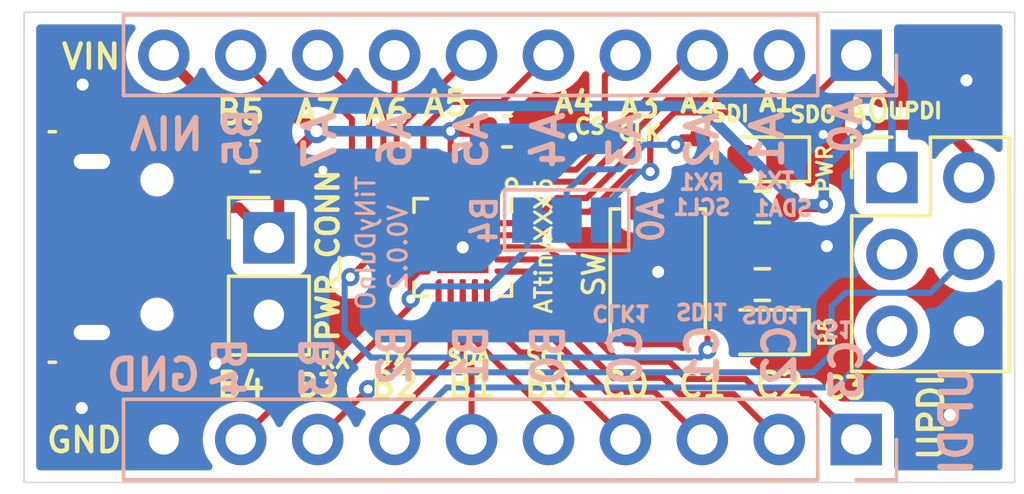
<source format=kicad_pcb>
(kicad_pcb (version 20211014) (generator pcbnew)
  (title_block (date "2022-10-10") (rev "0.0.2"))
  (layers (0 "F.Cu" signal) (31 "B.Cu" signal) (34 "B.Paste" user) (35 "F.Paste" user) (36 "B.SilkS" user "B.Silkscreen") (37 "F.SilkS" user "F.Silkscreen") (38 "B.Mask" user) (39 "F.Mask" user) (44 "Edge.Cuts" user))
  (net 0 "")
  (net 1 "GND")
  (net 2 "Net-(D1-Pad2)")
  (net 3 "Net-(D2-Pad2)")
  (net 4 "Net-(R3-Pad2)")
  (net 5 "/B5")
  (net 6 "/B4")
  (net 7 "/B3")
  (net 8 "/B2")
  (net 9 "/B1")
  (net 10 "/C0")
  (net 11 "/C1")
  (net 12 "/C2")
  (net 13 "/C3")
  (net 14 "/A0")
  (net 15 "/B0")
  (net 16 "/A7")
  (net 17 "/A6")
  (net 18 "/A5")
  (net 19 "/A4")
  (net 20 "/A3")
  (net 21 "/A2")
  (net 22 "/A1")
  (net 23 "/VCC")
  (net 27 "/sw_p")
  (footprint "LED_SMD:LED_0603_1608Metric" (layer "F.Cu") (at 135.32 67.55 180)
    (fp_text reference "D1" hide)
    (fp_text value "PWR" (at -1.99 -0.31 90) (layer "F.SilkS") (effects (font (size 0.5 0.5) (thickness 0.1))))
    (fp_line (start -1.485 0.735) (end 0.8 0.735) (layer "F.SilkS") (width 0.12))
    (fp_line (start 0.8 -0.735) (end -1.485 -0.735) (layer "F.SilkS") (width 0.12))
    (fp_line (start -1.485 -0.735) (end -1.485 0.735) (layer "F.SilkS") (width 0.12))
    (pad "1" smd roundrect (at -0.7875 0 180) (size 0.875 0.95) (layers "F.Cu" "F.Paste" "F.Mask") (net 1 "GND"))
    (pad "2" smd roundrect (at 0.7875 0 180) (size 0.875 0.95) (layers "F.Cu" "F.Paste" "F.Mask") (net 2 "Net-(D1-Pad2)"))
  )
  (footprint "Connector_PinHeader_2.54mm:PinHeader_1x02_P2.54mm_Vertical" (layer "F.Cu") (at 118.96 70.145)
    (fp_text reference "J2" hide)
    (fp_text value "PWR_CONN" (at 1.95 0.585 90) (layer "F.SilkS") (effects (font (size 0.7 0.7))))
    (fp_line (start -1.33 1.27) (end 1.33 1.27) (layer "F.SilkS") (width 0.12))
    (fp_line (start -1.33 -1.33) (end 0 -1.33) (layer "F.SilkS") (width 0.12))
    (fp_line (start 1.33 1.27) (end 1.33 3.87) (layer "F.SilkS") (width 0.12))
    (fp_line (start -1.33 3.87) (end 1.33 3.87) (layer "F.SilkS") (width 0.12))
    (fp_line (start -1.33 1.27) (end -1.33 3.87) (layer "F.SilkS") (width 0.12))
    (fp_line (start -1.33 0) (end -1.33 -1.33) (layer "F.SilkS") (width 0.12))
    (pad "1" thru_hole rect (at 0 0) (size 1.7 1.7) (drill 1) (layers *.Cu *.Mask) (net 23 "/VCC"))
    (pad "2" thru_hole oval (at 0 2.54) (size 1.7 1.7) (drill 1) (layers *.Cu *.Mask) (net 1 "GND"))
  )
  (footprint "Resistor_SMD:R_0402_1005Metric" (layer "F.Cu") (at 133.19 67.36 -90)
    (fp_text reference "R3" hide)
    (fp_text value "1k" hide)
    (fp_line (start -0.153641 -0.38) (end 0.153641 -0.38) (layer "F.SilkS") (width 0.12))
    (fp_line (start -0.153641 0.38) (end 0.153641 0.38) (layer "F.SilkS") (width 0.12))
    (pad "1" smd roundrect (at -0.51 0 270) (size 0.54 0.64) (layers "F.Cu" "F.Paste" "F.Mask") (net 27 "/sw_p"))
    (pad "2" smd roundrect (at 0.51 0 270) (size 0.54 0.64) (layers "F.Cu" "F.Paste" "F.Mask") (net 4 "Net-(R3-Pad2)"))
  )
  (footprint "MUP-U513:MUP-U513" (layer "F.Cu") (at 114.065 70.4474 -90)
    (fp_text reference "J1" hide)
    (fp_text value "USB_B_Micro" hide)
    (fp_line (start 3.81 2.36) (end 3.81 2.15) (layer "F.SilkS") (width 0.12))
    (fp_line (start -3.81 2.36) (end -3.81 2.15) (layer "F.SilkS") (width 0.12))
    (pad "" np_thru_hole circle (at 2.222 -1.2 270) (size 0.6 0.6) (drill 0.6) (layers F&B.Cu *.Mask) (clearance 0.001))
    (pad "" np_thru_hole circle (at -2.222 -1.2 270) (size 0.6 0.6) (drill 0.6) (layers F&B.Cu *.Mask) (clearance 0.001))
    (pad "1" smd rect (at -1.3 -1.775 270) (size 0.4 1.45) (layers "F.Cu" "F.Paste" "F.Mask") (net 23 "/VCC"))
    (pad "2" smd rect (at -0.65 -1.775 270) (size 0.4 1.45) (layers "F.Cu" "F.Paste" "F.Mask"))
    (pad "3" smd rect (at 0 -1.775 270) (size 0.4 1.45) (layers "F.Cu" "F.Paste" "F.Mask"))
    (pad "4" smd rect (at 0.65 -1.775 270) (size 0.4 1.45) (layers "F.Cu" "F.Paste" "F.Mask"))
    (pad "5" smd rect (at 1.3 -1.775 270) (size 0.4 1.45) (layers "F.Cu" "F.Paste" "F.Mask") (net 1 "GND"))
    (pad "6" smd rect (at 3.6 -1.6 270) (size 1.5 1.6) (layers "F.Cu" "F.Paste" "F.Mask") (net 1 "GND"))
    (pad "6" smd rect (at -3.6 -1.6 270) (size 1.5 1.6) (layers "F.Cu" "F.Paste" "F.Mask") (net 1 "GND"))
    (pad "6" smd rect (at 1.05 0.95 270) (size 1.6 1.9) (layers "F.Cu" "F.Paste" "F.Mask") (net 1 "GND"))
    (pad "6" thru_hole oval (at 2.825 0.95 270) (size 1.1 1.8) (drill oval 0.5 1.2) (layers *.Cu *.Mask) (net 1 "GND"))
    (pad "6" thru_hole oval (at -2.825 0.95 90) (size 1.1 1.8) (drill oval 0.5 1.2) (layers *.Cu *.Mask) (net 1 "GND"))
    (pad "6" smd rect (at -1.05 0.95 270) (size 1.6 1.9) (layers "F.Cu" "F.Paste" "F.Mask") (net 1 "GND"))
  )
  (footprint "Button_Switch_SMD:SW_Push_SPST_NO_Alps_SKRK" (layer "F.Cu") (at 131.8 71.26 -90)
    (fp_text reference "SW1" hide)
    (fp_text value "SW" (at 0.09 2.11 90) (layer "F.SilkS") (effects (font (size 0.7 0.7) (thickness 0.12))))
    (fp_line (start -2.07 -1.57) (end 2.07 -1.57) (layer "F.SilkS") (width 0.12))
    (fp_line (start 2.07 -1.57) (end 2.07 -1.27) (layer "F.SilkS") (width 0.12))
    (fp_line (start -2.07 1.57) (end -2.07 1.27) (layer "F.SilkS") (width 0.12))
    (fp_line (start 2.07 1.27) (end 2.07 1.57) (layer "F.SilkS") (width 0.12))
    (fp_line (start -2.07 -1.27) (end -2.07 -1.57) (layer "F.SilkS") (width 0.12))
    (fp_line (start 2.07 1.57) (end -2.07 1.57) (layer "F.SilkS") (width 0.12))
    (pad "1" smd roundrect (at -2.1 0 270) (size 0.8 2) (layers "F.Cu" "F.Paste" "F.Mask") (net 4 "Net-(R3-Pad2)"))
    (pad "2" smd roundrect (at 2.1 0 270) (size 0.8 2) (layers "F.Cu" "F.Paste" "F.Mask") (net 1 "GND"))
  )
  (footprint "Connector_PinHeader_2.54mm:PinHeader_2x03_P2.54mm_Vertical" (layer "F.Cu") (at 139.53 68.15)
    (fp_text reference "J3" hide)
    (fp_text value "UPDI" (at 1.29 7.92 90) (layer "F.SilkS") (effects (font (size 0.8 0.8))))
    (fp_line (start -1.33 1.27) (end -1.33 6.41) (layer "F.SilkS") (width 0.12))
    (fp_line (start 3.87 -1.33) (end 3.87 6.41) (layer "F.SilkS") (width 0.12))
    (fp_line (start -1.33 0) (end -1.33 -1.33) (layer "F.SilkS") (width 0.12))
    (fp_line (start 1.27 1.27) (end 1.27 -1.33) (layer "F.SilkS") (width 0.12))
    (fp_line (start 1.27 -1.33) (end 3.87 -1.33) (layer "F.SilkS") (width 0.12))
    (fp_line (start -1.33 -1.33) (end 0 -1.33) (layer "F.SilkS") (width 0.12))
    (fp_line (start -1.33 1.27) (end 1.27 1.27) (layer "F.SilkS") (width 0.12))
    (fp_line (start -1.33 6.41) (end 3.87 6.41) (layer "F.SilkS") (width 0.12))
    (pad "1" thru_hole rect (at 0 0) (size 1.7 1.7) (drill 1) (layers *.Cu *.Mask) (net 14 "/A0"))
    (pad "2" thru_hole oval (at 2.54 0) (size 1.7 1.7) (drill 1) (layers *.Cu *.Mask) (net 23 "/VCC"))
    (pad "3" thru_hole oval (at 0 2.54) (size 1.7 1.7) (drill 1) (layers *.Cu *.Mask))
    (pad "4" thru_hole oval (at 2.54 2.54) (size 1.7 1.7) (drill 1) (layers *.Cu *.Mask) (net 7 "/B3"))
    (pad "5" thru_hole oval (at 0 5.08) (size 1.7 1.7) (drill 1) (layers *.Cu *.Mask) (net 8 "/B2"))
    (pad "6" thru_hole oval (at 2.54 5.08) (size 1.7 1.7) (drill 1) (layers *.Cu *.Mask) (net 1 "GND"))
  )
  (footprint "Capacitor_SMD:C_0603_1608Metric" (layer "F.Cu") (at 118.505 67.45 180)
    (fp_text reference "C1" hide)
    (fp_text value "10u" hide)
    (fp_line (start -0.14058 -0.51) (end 0.14058 -0.51) (layer "F.SilkS") (width 0.12))
    (fp_line (start -0.14058 0.51) (end 0.14058 0.51) (layer "F.SilkS") (width 0.12))
    (pad "1" smd roundrect (at -0.775 0 180) (size 0.9 0.95) (layers "F.Cu" "F.Paste" "F.Mask") (net 23 "/VCC"))
    (pad "2" smd roundrect (at 0.775 0 180) (size 0.9 0.95) (layers "F.Cu" "F.Paste" "F.Mask") (net 1 "GND"))
  )
  (footprint "Capacitor_SMD:C_0603_1608Metric" (layer "F.Cu") (at 126.82 66.63)
    (fp_text reference "C2" hide)
    (fp_text value "100n" hide)
    (fp_line (start -0.14058 -0.51) (end 0.14058 -0.51) (layer "F.SilkS") (width 0.12))
    (fp_line (start -0.14058 0.51) (end 0.14058 0.51) (layer "F.SilkS") (width 0.12))
    (pad "1" smd roundrect (at -0.775 0) (size 0.9 0.95) (layers "F.Cu" "F.Paste" "F.Mask") (net 23 "/VCC"))
    (pad "2" smd roundrect (at 0.775 0) (size 0.9 0.95) (layers "F.Cu" "F.Paste" "F.Mask") (net 1 "GND"))
  )
  (footprint "Resistor_SMD:R_0603_1608Metric" (layer "F.Cu") (at 135.255 69.12)
    (fp_text reference "R1" hide)
    (fp_text value "1k" hide)
    (fp_line (start -0.237258 0.5225) (end 0.237258 0.5225) (layer "F.SilkS") (width 0.12))
    (fp_line (start -0.237258 -0.5225) (end 0.237258 -0.5225) (layer "F.SilkS") (width 0.12))
    (pad "1" smd roundrect (at -0.825 0) (size 0.8 0.95) (layers "F.Cu" "F.Paste" "F.Mask") (net 2 "Net-(D1-Pad2)"))
    (pad "2" smd roundrect (at 0.825 0) (size 0.8 0.95) (layers "F.Cu" "F.Paste" "F.Mask") (net 23 "/VCC"))
  )
  (footprint "Package_DFN_QFN:VQFN-20-1EP_3x3mm_P0.4mm_EP1.7x1.7mm" (layer "F.Cu") (at 125.36 70.46 -90)
    (fp_text reference "U1" hide)
    (fp_text value "ATtinyXXX6" (at -0.06 -2.67 90) (layer "F.SilkS") (effects (font (size 0.55 0.55) (thickness 0.1))))
    (fp_line (start -1.16 -1.61) (end -1.61 -1.61) (layer "F.SilkS") (width 0.12))
    (fp_line (start 1.61 1.61) (end 1.61 1.16) (layer "F.SilkS") (width 0.12))
    (fp_line (start 1.16 1.61) (end 1.61 1.61) (layer "F.SilkS") (width 0.12))
    (fp_line (start 1.61 -1.61) (end 1.61 -1.16) (layer "F.SilkS") (width 0.12))
    (fp_line (start -1.61 1.61) (end -1.61 1.16) (layer "F.SilkS") (width 0.12))
    (fp_line (start -1.16 1.61) (end -1.61 1.61) (layer "F.SilkS") (width 0.12))
    (fp_line (start 1.16 -1.61) (end 1.61 -1.61) (layer "F.SilkS") (width 0.12))
    (pad "1" smd custom (at -1.45 -0.8 270) (size 0.143431 0.143431) (layers "F.Cu" "F.Paste" "F.Mask") (net 21 "/A2") (options (clearance outline) (anchor circle)) (primitives (gr_poly (pts (xy 0.35 0.000711) (xy 0.35 0.05) (xy -0.35 0.05) (xy -0.35 -0.05) (xy 0.299289 -0.05)) (width 0.1) (fill yes))))
    (pad "2" smd roundrect (at -1.45 -0.4 270) (size 0.8 0.2) (layers "F.Cu" "F.Paste" "F.Mask") (net 20 "/A3"))
    (pad "3" smd roundrect (at -1.45 0 270) (size 0.8 0.2) (layers "F.Cu" "F.Paste" "F.Mask") (net 1 "GND"))
    (pad "4" smd roundrect (at -1.45 0.4 270) (size 0.8 0.2) (layers "F.Cu" "F.Paste" "F.Mask") (net 23 "/VCC"))
    (pad "5" smd custom (at -1.45 0.8 270) (size 0.143431 0.143431) (layers "F.Cu" "F.Paste" "F.Mask") (net 19 "/A4") (options (clearance outline) (anchor circle)) (primitives (gr_poly (pts (xy 0.35 -0.000711) (xy 0.299289 0.05) (xy -0.35 0.05) (xy -0.35 -0.05) (xy 0.35 -0.05)) (width 0.1) (fill yes))))
    (pad "6" smd custom (at -0.8 1.45 270) (size 0.143431 0.143431) (layers "F.Cu" "F.Paste" "F.Mask") (net 18 "/A5") (options (clearance outline) (anchor circle)) (primitives (gr_poly (pts (xy 0.05 0.35) (xy -0.05 0.35) (xy -0.05 -0.299289) (xy 0.000711 -0.35) (xy 0.05 -0.35)) (width 0.1) (fill yes))))
    (pad "7" smd roundrect (at -0.4 1.45 270) (size 0.2 0.8) (layers "F.Cu" "F.Paste" "F.Mask") (net 17 "/A6"))
    (pad "8" smd roundrect (at 0 1.45 270) (size 0.2 0.8) (layers "F.Cu" "F.Paste" "F.Mask") (net 16 "/A7"))
    (pad "9" smd roundrect (at 0.4 1.45 270) (size 0.2 0.8) (layers "F.Cu" "F.Paste" "F.Mask") (net 5 "/B5"))
    (pad "10" smd custom (at 0.8 1.45 270) (size 0.143431 0.143431) (layers "F.Cu" "F.Paste" "F.Mask") (net 6 "/B4") (options (clearance outline) (anchor circle)) (primitives (gr_poly (pts (xy 0.05 -0.299289) (xy 0.05 0.35) (xy -0.05 0.35) (xy -0.05 -0.35) (xy -0.000711 -0.35)) (width 0.1) (fill yes))))
    (pad "11" smd custom (at 1.45 0.8 270) (size 0.143431 0.143431) (layers "F.Cu" "F.Paste" "F.Mask") (net 7 "/B3") (options (clearance outline) (anchor circle)) (primitives (gr_poly (pts (xy 0.35 0.05) (xy -0.299289 0.05) (xy -0.35 -0.000711) (xy -0.35 -0.05) (xy 0.35 -0.05)) (width 0.1) (fill yes))))
    (pad "12" smd roundrect (at 1.45 0.4 270) (size 0.8 0.2) (layers "F.Cu" "F.Paste" "F.Mask") (net 8 "/B2"))
    (pad "13" smd roundrect (at 1.45 0 270) (size 0.8 0.2) (layers "F.Cu" "F.Paste" "F.Mask") (net 9 "/B1"))
    (pad "14" smd roundrect (at 1.45 -0.4 270) (size 0.8 0.2) (layers "F.Cu" "F.Paste" "F.Mask") (net 15 "/B0"))
    (pad "15" smd custom (at 1.45 -0.8 270) (size 0.143431 0.143431) (layers "F.Cu" "F.Paste" "F.Mask") (net 10 "/C0") (options (clearance outline) (anchor circle)) (primitives (gr_poly (pts (xy 0.35 0.05) (xy -0.35 0.05) (xy -0.35 0.000711) (xy -0.299289 -0.05) (xy 0.35 -0.05)) (width 0.1) (fill yes))))
    (pad "16" smd custom (at 0.8 -1.45 270) (size 0.143431 0.143431) (layers "F.Cu" "F.Paste" "F.Mask") (net 11 "/C1") (options (clearance outline) (anchor circle)) (primitives (gr_poly (pts (xy 0.05 0.299289) (xy -0.000711 0.35) (xy -0.05 0.35) (xy -0.05 -0.35) (xy 0.05 -0.35)) (width 0.1) (fill yes))))
    (pad "17" smd roundrect (at 0.4 -1.45 270) (size 0.2 0.8) (layers "F.Cu" "F.Paste" "F.Mask") (net 12 "/C2"))
    (pad "18" smd roundrect (at 0 -1.45 270) (size 0.2 0.8) (layers "F.Cu" "F.Paste" "F.Mask") (net 13 "/C3"))
    (pad "19" smd roundrect (at -0.4 -1.45 270) (size 0.2 0.8) (layers "F.Cu" "F.Paste" "F.Mask") (net 14 "/A0"))
    (pad "20" smd custom (at -0.8 -1.45 270) (size 0.143431 0.143431) (layers "F.Cu" "F.Paste" "F.Mask") (net 22 "/A1") (options (clearance outline) (anchor circle)) (primitives (gr_poly (pts (xy 0.05 0.35) (xy 0.000711 0.35) (xy -0.05 0.299289) (xy -0.05 -0.35) (xy 0.05 -0.35)) (width 0.1) (fill yes))))
    (pad "21" smd rect (at 0 0 270) (size 1.7 1.7) (layers "F.Cu" "F.Mask") (net 1 "GND"))
  )
  (footprint "Resistor_SMD:R_0603_1608Metric" (layer "F.Cu") (at 135.25 71.69 180)
    (fp_text reference "R2" hide)
    (fp_text value "1k" hide)
    (fp_line (start -0.237258 0.5225) (end 0.237258 0.5225) (layer "F.SilkS") (width 0.12))
    (fp_line (start -0.237258 -0.5225) (end 0.237258 -0.5225) (layer "F.SilkS") (width 0.12))
    (pad "1" smd roundrect (at -0.825 0 180) (size 0.8 0.95) (layers "F.Cu" "F.Paste" "F.Mask") (net 3 "Net-(D2-Pad2)"))
    (pad "2" smd roundrect (at 0.825 0 180) (size 0.8 0.95) (layers "F.Cu" "F.Paste" "F.Mask") (net 5 "/B5"))
  )
  (footprint "LED_SMD:LED_0603_1608Metric" (layer "F.Cu") (at 135.31 73.26 180)
    (fp_text reference "D2" hide)
    (fp_text value "B5" (at -2.07 0 90) (layer "F.SilkS") (effects (font (size 0.5 0.5) (thickness 0.1))))
    (fp_line (start 0.8 -0.735) (end -1.485 -0.735) (layer "F.SilkS") (width 0.12))
    (fp_line (start -1.485 0.735) (end 0.8 0.735) (layer "F.SilkS") (width 0.12))
    (fp_line (start -1.485 -0.735) (end -1.485 0.735) (layer "F.SilkS") (width 0.12))
    (pad "1" smd roundrect (at -0.7875 0 180) (size 0.875 0.95) (layers "F.Cu" "F.Paste" "F.Mask") (net 1 "GND"))
    (pad "2" smd roundrect (at 0.7875 0 180) (size 0.875 0.95) (layers "F.Cu" "F.Paste" "F.Mask") (net 3 "Net-(D2-Pad2)"))
  )
  (footprint "Jumper:SolderJumper-3_P1.3mm_Bridged12_Pad1.0x1.5mm_NumberLabels" (layer "B.Cu") (at 128.79 69.56)
    (fp_text reference "JP1" hide)
    (fp_text value "SolderJumper" hide)
    (fp_text user "B4" (at -2.71 0 90) (layer "B.SilkS") (effects (font (size 0.8 0.8)) (justify mirror)))
    (fp_text user "A0" (at 2.79 0 90) (layer "B.SilkS") (effects (font (size 0.8 0.8)) (justify mirror)))
    (fp_poly (pts (xy -0.9 0.3) (xy -0.4 0.3) (xy -0.4 -0.3) (xy -0.9 -0.3)) (layer "B.Cu") (width 0) (fill solid))
    (fp_line (start -2.05 -1) (end -2.05 1) (layer "B.SilkS") (width 0.12))
    (fp_line (start 2.05 -1) (end -2.05 -1) (layer "B.SilkS") (width 0.12))
    (fp_line (start 2.05 1) (end 2.05 -1) (layer "B.SilkS") (width 0.12))
    (fp_line (start -2.05 1) (end 2.05 1) (layer "B.SilkS") (width 0.12))
    (pad "1" smd rect (at -1.3 0) (size 1 1.5) (layers "B.Cu" "B.Mask") (net 6 "/B4"))
    (pad "2" smd rect (at 0 0) (size 1 1.5) (layers "B.Cu" "B.Mask") (net 27 "/sw_p"))
    (pad "3" smd rect (at 1.3 0) (size 1 1.5) (layers "B.Cu" "B.Mask") (net 14 "/A0"))
  )
  (footprint "Connector_PinHeader_2.54mm:PinHeader_1x10_P2.54mm_Vertical" (layer "B.Cu") (at 138.35 76.81 90)
    (fp_text reference "J5" hide)
    (fp_text value "Conn" hide)
    (fp_line (start -1.33 0) (end -1.33 1.33) (layer "B.SilkS") (width 0.12))
    (fp_line (start 1.33 -1.27) (end 1.33 -24.19) (layer "B.SilkS") (width 0.12))
    (fp_line (start -1.33 -1.27) (end 1.33 -1.27) (layer "B.SilkS") (width 0.12))
    (fp_line (start -1.33 -1.27) (end -1.33 -24.19) (layer "B.SilkS") (width 0.12))
    (fp_line (start -1.33 1.33) (end 0 1.33) (layer "B.SilkS") (width 0.12))
    (fp_line (start -1.33 -24.19) (end 1.33 -24.19) (layer "B.SilkS") (width 0.12))
    (pad "1" thru_hole rect (at 0 0 90) (size 1.7 1.7) (drill 1) (layers *.Cu *.Mask) (net 13 "/C3"))
    (pad "2" thru_hole oval (at 0 -2.54 90) (size 1.7 1.7) (drill 1) (layers *.Cu *.Mask) (net 12 "/C2"))
    (pad "3" thru_hole oval (at 0 -5.08 90) (size 1.7 1.7) (drill 1) (layers *.Cu *.Mask) (net 11 "/C1"))
    (pad "4" thru_hole oval (at 0 -7.62 90) (size 1.7 1.7) (drill 1) (layers *.Cu *.Mask) (net 10 "/C0"))
    (pad "5" thru_hole oval (at 0 -10.16 90) (size 1.7 1.7) (drill 1) (layers *.Cu *.Mask) (net 15 "/B0"))
    (pad "6" thru_hole oval (at 0 -12.7 90) (size 1.7 1.7) (drill 1) (layers *.Cu *.Mask) (net 9 "/B1"))
    (pad "7" thru_hole oval (at 0 -15.24 90) (size 1.7 1.7) (drill 1) (layers *.Cu *.Mask) (net 8 "/B2"))
    (pad "8" thru_hole oval (at 0 -17.78 90) (size 1.7 1.7) (drill 1) (layers *.Cu *.Mask) (net 7 "/B3"))
    (pad "9" thru_hole oval (at 0 -20.32 90) (size 1.7 1.7) (drill 1) (layers *.Cu *.Mask) (net 6 "/B4"))
    (pad "10" thru_hole oval (at 0 -22.86 90) (size 1.7 1.7) (drill 1) (layers *.Cu *.Mask) (net 1 "GND"))
  )
  (footprint "Connector_PinHeader_2.54mm:PinHeader_1x10_P2.54mm_Vertical" (layer "B.Cu") (at 138.35 64.11 90)
    (fp_text reference "J4" hide)
    (fp_text value "Conn" hide)
    (fp_line (start -1.33 -24.19) (end 1.33 -24.19) (layer "B.SilkS") (width 0.12))
    (fp_line (start -1.33 -1.27) (end -1.33 -24.19) (layer "B.SilkS") (width 0.12))
    (fp_line (start -1.33 0) (end -1.33 1.33) (layer "B.SilkS") (width 0.12))
    (fp_line (start -1.33 1.33) (end 0 1.33) (layer "B.SilkS") (width 0.12))
    (fp_line (start -1.33 -1.27) (end 1.33 -1.27) (layer "B.SilkS") (width 0.12))
    (fp_line (start 1.33 -1.27) (end 1.33 -24.19) (layer "B.SilkS") (width 0.12))
    (pad "1" thru_hole rect (at 0 0 90) (size 1.7 1.7) (drill 1) (layers *.Cu *.Mask) (net 14 "/A0"))
    (pad "2" thru_hole oval (at 0 -2.54 90) (size 1.7 1.7) (drill 1) (layers *.Cu *.Mask) (net 22 "/A1"))
    (pad "3" thru_hole oval (at 0 -5.08 90) (size 1.7 1.7) (drill 1) (layers *.Cu *.Mask) (net 21 "/A2"))
    (pad "4" thru_hole oval (at 0 -7.62 90) (size 1.7 1.7) (drill 1) (layers *.Cu *.Mask) (net 20 "/A3"))
    (pad "5" thru_hole oval (at 0 -10.16 90) (size 1.7 1.7) (drill 1) (layers *.Cu *.Mask) (net 19 "/A4"))
    (pad "6" thru_hole oval (at 0 -12.7 90) (size 1.7 1.7) (drill 1) (layers *.Cu *.Mask) (net 18 "/A5"))
    (pad "7" thru_hole oval (at 0 -15.24 90) (size 1.7 1.7) (drill 1) (layers *.Cu *.Mask) (net 17 "/A6"))
    (pad "8" thru_hole oval (at 0 -17.78 90) (size 1.7 1.7) (drill 1) (layers *.Cu *.Mask) (net 16 "/A7"))
    (pad "9" thru_hole oval (at 0 -20.32 90) (size 1.7 1.7) (drill 1) (layers *.Cu *.Mask) (net 5 "/B5"))
    (pad "10" thru_hole oval (at 0 -22.86 90) (size 1.7 1.7) (drill 1) (layers *.Cu *.Mask) (net 23 "/VCC"))
  )
  (gr_circle (center 126.97 68.36) (end 127.13 68.32) (layer "F.SilkS") (width 0.12) (fill none))
  (gr_rect (start 143.58 78.23) (end 110.8764 62.69) (layer "Edge.Cuts") (width 0.05) (fill none))
  (gr_text "A6" (at 123.12 66.92 90) (layer "B.SilkS") (effects (font (size 1 1) (thickness 0.2)) (justify mirror)))
  (gr_text "SCL1" (at 133.25 69.14) (layer "B.SilkS") (effects (font (size 0.5 0.5) (thickness 0.125)) (justify mirror)))
  (gr_text "A2" (at 133.27 66.92 90) (layer "B.SilkS") (effects (font (size 1 1) (thickness 0.2)) (justify mirror)))
  (gr_text "CS1" (at 137.52 73.16 180) (layer "B.SilkS") (effects (font (size 0.5 0.5) (thickness 0.125)) (justify mirror)))
  (gr_text "C1" (at 133.27 74.02 90) (layer "B.SilkS") (effects (font (size 1 1) (thickness 0.2)) (justify mirror)))
  (gr_text "VIN" (at 115.58 66.64 180) (layer "B.SilkS") (effects (font (size 1 1) (thickness 0.2)) (justify mirror)))
  (gr_text "A1" (at 135.42 66.91 90) (layer "B.SilkS") (effects (font (size 1 1) (thickness 0.2)) (justify mirror)))
  (gr_text "B2" (at 123.11 74.02 90) (layer "B.SilkS") (effects (font (size 1 1) (thickness 0.2)) (justify mirror)))
  (gr_text "RX1" (at 133.25 68.31) (layer "B.SilkS") (effects (font (size 0.5 0.5) (thickness 0.125)) (justify mirror)))
  (gr_text "A5" (at 125.65 66.92 90) (layer "B.SilkS") (effects (font (size 1 1) (thickness 0.2)) (justify mirror)))
  (gr_text "GND" (at 115.15 74.68) (layer "B.SilkS") (effects (font (size 1 1) (thickness 0.2)) (justify mirror)))
  (gr_text "B4" (at 117.69 74.44 90) (layer "B.SilkS") (effects (font (size 1 1) (thickness 0.2)) (justify mirror)))
  (gr_text "C3" (at 138.04 74.51 90) (layer "B.SilkS") (effects (font (size 1 1) (thickness 0.2)) (justify mirror)))
  (gr_text "B1" (at 125.65 74.02 90) (layer "B.SilkS") (effects (font (size 1 1) (thickness 0.2)) (justify mirror)))
  (gr_text "B0" (at 128.19 74.02 90) (layer "B.SilkS") (effects (font (size 1 1) (thickness 0.2)) (justify mirror)))
  (gr_text "TX1" (at 135.62 68.25) (layer "B.SilkS") (effects (font (size 0.5 0.5) (thickness 0.125)) (justify mirror)))
  (gr_text "V0.0.2" (at 123.22 70.46 90) (layer "B.SilkS") (effects (font (size 0.6 0.6) (thickness 0.1)) (justify mirror)))
  (gr_text "CLK1" (at 130.59 72.63 180) (layer "B.SilkS") (effects (font (size 0.5 0.5) (thickness 0.125)) (justify mirror)))
  (gr_text "B3" (at 120.58 74.43 90) (layer "B.SilkS") (effects (font (size 1 1) (thickness 0.2)) (justify mirror)))
  (gr_text "A4" (at 128.19 66.92 90) (layer "B.SilkS") (effects (font (size 1 1) (thickness 0.2)) (justify mirror)))
  (gr_text "TiNyDuInO" (at 122.16 70.32 90) (layer "B.SilkS") (effects (font (size 0.6 0.6) (thickness 0.1)) (justify mirror)))
  (gr_text "A3" (at 130.71 66.92 90) (layer "B.SilkS") (effects (font (size 1 1) (thickness 0.2)) (justify mirror)))
  (gr_text "A7" (at 120.64 66.92 90) (layer "B.SilkS") (effects (font (size 1 1) (thickness 0.2)) (justify mirror)))
  (gr_text "B5" (at 118.04 66.85 90) (layer "B.SilkS") (effects (font (size 1 1) (thickness 0.2)) (justify mirror)))
  (gr_text "SDI1" (at 133.26 72.57 180) (layer "B.SilkS") (effects (font (size 0.5 0.5) (thickness 0.125)) (justify mirror)))
  (gr_text "A0" (at 138.01 66.44 90) (layer "B.SilkS") (effects (font (size 1 1) (thickness 0.2)) (justify mirror)))
  (gr_text "C2" (at 135.82 74.02 90) (layer "B.SilkS") (effects (font (size 1 1) (thickness 0.2)) (justify mirror)))
  (gr_text "UPDI" (at 141.67 76.19 90) (layer "B.SilkS") (effects (font (size 1 1) (thickness 0.2)) (justify mirror)))
  (gr_text "SDA1" (at 135.94 69.17) (layer "B.SilkS") (effects (font (size 0.5 0.5) (thickness 0.125)) (justify mirror)))
  (gr_text "C0" (at 130.74 74.02 90) (layer "B.SilkS") (effects (font (size 1 1) (thickness 0.2)) (justify mirror)))
  (gr_text "SDO1" (at 135.57 72.67 180) (layer "B.SilkS") (effects (font (size 0.5 0.5) (thickness 0.125)) (justify mirror)))
  (gr_text "A7" (at 120.57 65.99) (layer "F.SilkS") (effects (font (size 0.8 0.8))))
  (gr_text "SDI" (at 134.19 66.05) (layer "F.SilkS") (effects (font (size 0.5 0.5) (thickness 0.125))))
  (gr_text "A2" (at 133.11 65.7) (layer "F.SilkS") (effects (font (size 0.6 0.6))))
  (gr_text "B3" (at 120.58 75.03) (layer "F.SilkS") (effects (font (size 0.7 0.7))))
  (gr_text "SDA" (at 125.56 74.09) (layer "F.SilkS") (effects (font (size 0.5 0.5) (thickness 0.125))))
  (gr_text "SCL" (at 128.14 74.08) (layer "F.SilkS") (effects (font (size 0.5 0.5) (thickness 0.125))))
  (gr_text "A0" (at 138.73 65.92) (layer "F.SilkS") (effects (font (size 0.8 0.8))))
  (gr_text "A4" (at 129.03 65.68) (layer "F.SilkS") (effects (font (size 0.7 0.7))))
  (gr_text "B5" (at 118.03 65.99) (layer "F.SilkS") (effects (font (size 0.8 0.8))))
  (gr_text "C2" (at 135.81 75.01) (layer "F.SilkS") (effects (font (size 0.8 0.8))))
  (gr_text "VIN" (at 113.09 64.16) (layer "F.SilkS") (effects (font (size 0.8 0.8))))
  (gr_text "GND" (at 112.86 76.83) (layer "F.SilkS") (effects (font (size 0.8 0.8))))
  (gr_text "CS" (at 129.56 66.46) (layer "F.SilkS") (effects (font (size 0.5 0.5) (thickness 0.125))))
  (gr_text "A3" (at 131.2 65.81) (layer "F.SilkS") (effects (font (size 0.7 0.7))))
  (gr_text "RX" (at 121.14 74.2) (layer "F.SilkS") (effects (font (size 0.5 0.5) (thickness 0.125))))
  (gr_text "CLK" (at 131.2 66.67) (layer "F.SilkS") (effects (font (size 0.5 0.5) (thickness 0.125))))
  (gr_text "B1" (at 125.65 75.01) (layer "F.SilkS") (effects (font (size 0.8 0.8))))
  (gr_text "A6" (at 122.87 65.99) (layer "F.SilkS") (effects (font (size 0.8 0.8))))
  (gr_text "C1" (at 133.27 75.01) (layer "F.SilkS") (effects (font (size 0.8 0.8))))
  (gr_text "B2" (at 123.11 75.01) (layer "F.SilkS") (effects (font (size 0.8 0.8))))
  (gr_text "SDO" (at 136.93 66.07) (layer "F.SilkS") (effects (font (size 0.5 0.5) (thickness 0.125))))
  (gr_text "TX" (at 123.12 74.09) (layer "F.SilkS") (effects (font (size 0.5 0.5) (thickness 0.125))))
  (gr_text "A1" (at 135.71 65.66) (layer "F.SilkS") (effects (font (size 0.6 0.6))))
  (gr_text "B0" (at 128.19 75.01) (layer "F.SilkS") (effects (font (size 0.8 0.8))))
  (gr_text "C0" (at 130.73 75.01) (layer "F.SilkS") (effects (font (size 0.8 0.8))))
  (gr_text "UPDI" (at 140.29 65.95) (layer "F.SilkS") (effects (font (size 0.5 0.5) (thickness 0.125))))
  (gr_text "B4" (at 118.03 75.01) (layer "F.SilkS") (effects (font (size 0.8 0.8))))
  (gr_text "C3" (at 137.97 75.11) (layer "F.SilkS") (effects (font (size 0.7 0.7))))
  (gr_text "A5" (at 124.8 65.71) (layer "F.SilkS") (effects (font (size 0.8 0.8))))
  (segment (start 126.309484 67.49096) (end 126.310444 67.49) (width 0.2) (layer "F.Cu") (net 1))
  (segment (start 126.310444 67.49) (end 126.6775 67.49) (width 0.2) (layer "F.Cu") (net 1))
  (segment (start 115.9855 67.1325) (end 115.958 67.16) (width 0.35) (layer "F.Cu") (net 1))
  (segment (start 125.76904 67.49096) (end 126.309484 67.49096) (width 0.2) (layer "F.Cu") (net 1))
  (segment (start 125.36 69.01) (end 125.36 67.9) (width 0.2) (layer "F.Cu") (net 1))
  (segment (start 125.36 67.9) (end 125.76904 67.49096) (width 0.2) (layer "F.Cu") (net 1))
  (segment (start 117.4534 71.7224) (end 115.83 71.7224) (width 0.35) (layer "F.Cu") (net 1))
  (segment (start 126.6775 67.49) (end 127.5375 66.63) (width 0.2) (layer "F.Cu") (net 1))
  (via (at 137.38 70.42) (size 0.8) (drill 0.4) (layers "F.Cu" "B.Cu") (net 1))
  (via (at 131.81 71.27) (size 0.8) (drill 0.4) (layers "F.Cu" "B.Cu") (net 1))
  (via (at 117.19 74.3) (size 0.8) (drill 0.4) (layers "F.Cu" "B.Cu") (net 1))
  (via (at 128.99 66.81) (size 0.6) (drill 0.3) (layers "F.Cu" "B.Cu") (net 1))
  (via (at 125.36 70.46) (size 0.8) (drill 0.4) (layers "F.Cu" "B.Cu") (net 1))
  (via (at 120.74 67.91) (size 0.6) (drill 0.3) (layers "F.Cu" "B.Cu") (net 1))
  (via (at 112.78 75.77) (size 0.8) (drill 0.4) (layers "F.Cu" "B.Cu") (net 1))
  (via (at 112.81 65.08) (size 0.8) (drill 0.4) (layers "F.Cu" "B.Cu") (net 1))
  (via (at 141.44 76) (size 0.8) (drill 0.4) (layers "F.Cu" "B.Cu") (net 1))
  (via (at 137.26 66.73) (size 0.6) (drill 0.3) (layers "F.Cu" "B.Cu") (net 1))
  (via (at 141.99 64.94) (size 0.8) (drill 0.4) (layers "F.Cu" "B.Cu") (net 1))
  (segment (start 134.47 69.12) (end 134.47 67.55) (width 0.35) (layer "F.Cu") (net 2))
  (segment (start 135.835 71.69) (end 135.835 71.705) (width 0.2) (layer "F.Cu") (net 3))
  (segment (start 135.835 71.705) (end 134.28 73.26) (width 0.2) (layer "F.Cu") (net 3))
  (segment (start 133.19 67.8) (end 131.8 69.19) (width 0.25) (layer "F.Cu") (net 4))
  (segment (start 121.7 66.23) (end 121.02 65.55) (width 0.2) (layer "F.Cu") (net 5))
  (segment (start 121.7 70.33) (end 121.7 66.23) (width 0.2) (layer "F.Cu") (net 5))
  (segment (start 119.31 65.55) (end 118.03 64.27) (width 0.2) (layer "F.Cu") (net 5))
  (segment (start 133.44 72.675) (end 134.425 71.69) (width 0.2) (layer "F.Cu") (net 5))
  (segment (start 122.23048 70.86048) (end 121.7 70.33) (width 0.2) (layer "F.Cu") (net 5))
  (segment (start 122.91952 70.86048) (end 122.23048 70.86048) (width 0.2) (layer "F.Cu") (net 5))
  (segment (start 123.91 70.86) (end 122.92 70.86) (width 0.2) (layer "F.Cu") (net 5))
  (segment (start 122.23048 70.86048) (end 121.65 71.44096) (width 0.2) (layer "F.Cu") (net 5))
  (segment (start 122.92 70.86) (end 122.91952 70.86048) (width 0.2) (layer "F.Cu") (net 5))
  (segment (start 133.44 73.85) (end 133.44 72.675) (width 0.2) (layer "F.Cu") (net 5))
  (segment (start 118.03 64.27) (end 118.03 64.11) (width 0.2) (layer "F.Cu") (net 5))
  (segment (start 121.02 65.55) (end 119.31 65.55) (width 0.2) (layer "F.Cu") (net 5))
  (via (at 133.44 73.85) (size 0.6) (drill 0.3) (layers "F.Cu" "B.Cu") (net 5))
  (via (at 121.65 71.44096) (size 0.6) (drill 0.3) (layers "F.Cu" "B.Cu") (net 5))
  (segment (start 133.44 73.85) (end 133.44 73.86) (width 0.2) (layer "B.Cu") (net 5))
  (segment (start 122.33 74.1) (end 121.46 73.23) (width 0.2) (layer "B.Cu") (net 5))
  (segment (start 121.46 73.23) (end 121.46 71.63096) (width 0.2) (layer "B.Cu") (net 5))
  (segment (start 121.46 71.63096) (end 121.65 71.44096) (width 0.2) (layer "B.Cu") (net 5))
  (segment (start 133.44 73.86) (end 133.2 74.1) (width 0.2) (layer "B.Cu") (net 5))
  (segment (start 133.2 74.1) (end 122.33 74.1) (width 0.2) (layer "B.Cu") (net 5))
  (segment (start 120.94 75.1) (end 123.444 72.596) (width 0.2) (layer "F.Cu") (net 6))
  (segment (start 118.03 76.81) (end 119.74 75.1) (width 0.2) (layer "F.Cu") (net 6))
  (segment (start 123.64 71.53) (end 123.91 71.26) (width 0.2) (layer "F.Cu") (net 6))
  (segment (start 123.64 72.4) (end 123.64 72.17) (width 0.2) (layer "F.Cu") (net 6))
  (segment (start 119.74 75.1) (end 120.94 75.1) (width 0.2) (layer "F.Cu") (net 6))
  (segment (start 123.64 72.17) (end 123.64 71.53) (width 0.2) (layer "F.Cu") (net 6))
  (segment (start 123.444 72.596) (end 123.64 72.4) (width 0.2) (layer "F.Cu") (net 6))
  (via (at 123.64 72.17) (size 0.6) (drill 0.3) (layers "F.Cu" "B.Cu") (net 6))
  (segment (start 126.24 71.75) (end 127.49 70.5) (width 0.2) (layer "B.Cu") (net 6))
  (segment (start 123.64 72.17) (end 124.06 71.75) (width 0.2) (layer "B.Cu") (net 6))
  (segment (start 127.49 70.5) (end 127.49 69.56) (width 0.2) (layer "B.Cu") (net 6))
  (segment (start 124.06 71.75) (end 126.24 71.75) (width 0.2) (layer "B.Cu") (net 6))
  (segment (start 124.56 72.82) (end 122.235 75.145) (width 0.2) (layer "F.Cu") (net 7))
  (segment (start 124.56 71.91) (end 124.56 72.82) (width 0.2) (layer "F.Cu") (net 7))
  (segment (start 122.235 75.145) (end 120.57 76.81) (width 0.2) (layer "F.Cu") (net 7))
  (via (at 122.235 75.145) (size 0.6) (drill 0.3) (layers "F.Cu" "B.Cu") (net 7))
  (segment (start 136.92 74.59) (end 137.535 73.975) (width 0.2) (layer "B.Cu") (net 7))
  (segment (start 137.535 73.975) (end 137.535 72.415) (width 0.2) (layer "B.Cu") (net 7))
  (segment (start 140.8 71.96) (end 142.07 70.69) (width 0.2) (layer "B.Cu") (net 7))
  (segment (start 137.535 72.415) (end 137.99 71.96) (width 0.2) (layer "B.Cu") (net 7))
  (segment (start 137.99 71.96) (end 140.8 71.96) (width 0.2) (layer "B.Cu") (net 7))
  (segment (start 122.79 74.59) (end 136.92 74.59) (width 0.2) (layer "B.Cu") (net 7))
  (segment (start 122.235 75.145) (end 122.79 74.59) (width 0.2) (layer "B.Cu") (net 7))
  (segment (start 124.96 74.17) (end 124.96 71.91) (width 0.2) (layer "F.Cu") (net 8))
  (segment (start 123.11 76.02) (end 124.96 74.17) (width 0.2) (layer "F.Cu") (net 8))
  (segment (start 123.11 76.81) (end 123.11 76.02) (width 0.2) (layer "F.Cu") (net 8))
  (segment (start 137.67 75.09) (end 139.53 73.23) (width 0.2) (layer "B.Cu") (net 8))
  (segment (start 123.11 76.81) (end 124.83 75.09) (width 0.2) (layer "B.Cu") (net 8))
  (segment (start 124.83 75.09) (end 137.67 75.09) (width 0.2) (layer "B.Cu") (net 8))
  (segment (start 125.65 76.81) (end 125.65 74.4) (width 0.2) (layer "F.Cu") (net 9))
  (segment (start 125.36 71.91) (end 125.36 74.11) (width 0.2) (layer "F.Cu") (net 9))
  (segment (start 125.65 74.4) (end 125.36 74.11) (width 0.2) (layer "F.Cu") (net 9))
  (segment (start 126.16 72.84) (end 127.25 73.93) (width 0.2) (layer "F.Cu") (net 10))
  (segment (start 127.85 73.93) (end 130.73 76.81) (width 0.2) (layer "F.Cu") (net 10))
  (segment (start 126.16 71.91) (end 126.16 72.84) (width 0.2) (layer "F.Cu") (net 10))
  (segment (start 127.25 73.93) (end 127.85 73.93) (width 0.2) (layer "F.Cu") (net 10))
  (segment (start 127.6 71.26) (end 127.75 71.41) (width 0.2) (layer "F.Cu") (net 11))
  (segment (start 127.75 71.41) (end 127.75 72.88) (width 0.2) (layer "F.Cu") (net 11))
  (segment (start 131.69 75.23) (end 133.27 76.81) (width 0.2) (layer "F.Cu") (net 11))
  (segment (start 127.75 72.88) (end 130.1 75.23) (width 0.2) (layer "F.Cu") (net 11))
  (segment (start 126.81 71.26) (end 127.6 71.26) (width 0.2) (layer "F.Cu") (net 11))
  (segment (start 130.1 75.23) (end 131.69 75.23) (width 0.2) (layer "F.Cu") (net 11))
  (segment (start 128.23 71.28) (end 128.23 72.68) (width 0.2) (layer "F.Cu") (net 12))
  (segment (start 132.52 75.31) (end 131.98 74.77) (width 0.2) (layer "F.Cu") (net 12))
  (segment (start 130.32 74.77) (end 130.92 74.77) (width 0.2) (layer "F.Cu") (net 12))
  (segment (start 128.23 72.68) (end 130.32 74.77) (width 0.2) (layer "F.Cu") (net 12))
  (segment (start 131.98 74.77) (end 130.92 74.77) (width 0.2) (layer "F.Cu") (net 12))
  (segment (start 135.81 76.81) (end 134.31 75.31) (width 0.2) (layer "F.Cu") (net 12))
  (segment (start 126.81 70.86) (end 127.81 70.86) (width 0.2) (layer "F.Cu") (net 12))
  (segment (start 134.31 75.31) (end 132.52 75.31) (width 0.2) (layer "F.Cu") (net 12))
  (segment (start 127.81 70.86) (end 128.23 71.28) (width 0.2) (layer "F.Cu") (net 12))
  (segment (start 128.72 71.01) (end 128.72 72.44) (width 0.2) (layer "F.Cu") (net 13))
  (segment (start 130.52 74.24) (end 131.27 74.24) (width 0.2) (layer "F.Cu") (net 13))
  (segment (start 136.826 75.286) (end 135.166 75.286) (width 0.2) (layer "F.Cu") (net 13))
  (segment (start 128.72 72.44) (end 130.52 74.24) (width 0.2) (layer "F.Cu") (net 13))
  (segment (start 132.19 74.24) (end 131.27 74.24) (width 0.2) (layer "F.Cu") (net 13))
  (segment (start 132.76 74.81) (end 132.19 74.24) (width 0.2) (layer "F.Cu") (net 13))
  (segment (start 138.35 76.81) (end 136.826 75.286) (width 0.2) (layer "F.Cu") (net 13))
  (segment (start 134.69 74.81) (end 132.76 74.81) (width 0.2) (layer "F.Cu") (net 13))
  (segment (start 128.17 70.46) (end 128.72 71.01) (width 0.2) (layer "F.Cu") (net 13))
  (segment (start 135.166 75.286) (end 134.69 74.81) (width 0.2) (layer "F.Cu") (net 13))
  (segment (start 126.81 70.46) (end 128.17 70.46) (width 0.2) (layer "F.Cu") (net 13))
  (segment (start 129.301 69.281) (end 128.709 69.281) (width 0.2) (layer "F.Cu") (net 14))
  (segment (start 129.564006 69.281) (end 129.469 69.281) (width 0.2) (layer "F.Cu") (net 14))
  (segment (start 127.93 70.06) (end 126.81 70.06) (width 0.2) (layer "F.Cu") (net 14))
  (segment (start 136.46 66) (end 132.35 66) (width 0.2) (layer "F.Cu") (net 14))
  (segment (start 131.55 67.96) (end 131.55 66.8) (width 0.2) (layer "F.Cu") (net 14))
  (segment (start 131.55 67.96) (end 130.885006 67.96) (width 0.2) (layer "F.Cu") (net 14))
  (segment (start 130.885006 67.96) (end 129.564006 69.281) (width 0.2) (layer "F.Cu") (net 14))
  (segment (start 138.35 64.11) (end 136.46 66) (width 0.2) (layer "F.Cu") (net 14))
  (segment (start 129.469 69.281) (end 129.301 69.281) (width 0.2) (layer "F.Cu") (net 14))
  (segment (start 128.709 69.281) (end 127.93 70.06) (width 0.2) (layer "F.Cu") (net 14))
  (segment (start 132.35 66) (end 131.606 66.744) (width 0.2) (layer "F.Cu") (net 14))
  (segment (start 131.55 66.8) (end 131.606 66.744) (width 0.2) (layer "F.Cu") (net 14))
  (via (at 131.55 67.96) (size 0.6) (drill 0.3) (layers "F.Cu" "B.Cu") (net 14))
  (segment (start 139.53 68.15) (end 139.53 65.29) (width 0.25) (layer "B.Cu") (net 14))
  (segment (start 131.55 67.96) (end 131.19 67.96) (width 0.2) (layer "B.Cu") (net 14))
  (segment (start 130.09 69.06) (end 130.09 69.56) (width 0.2) (layer "B.Cu") (net 14))
  (segment (start 139.53 65.29) (end 138.35 64.11) (width 0.25) (layer "B.Cu") (net 14))
  (segment (start 131.19 67.96) (end 130.09 69.06) (width 0.2) (layer "B.Cu") (net 14))
  (segment (start 125.76 73.54) (end 128.19 75.97) (width 0.2) (layer "F.Cu") (net 15))
  (segment (start 125.76 71.91) (end 125.76 73.54) (width 0.2) (layer "F.Cu") (net 15))
  (segment (start 128.19 75.97) (end 128.19 76.81) (width 0.2) (layer "F.Cu") (net 15))
  (segment (start 122.48048 70.46048) (end 122.27 70.25) (width 0.2) (layer "F.Cu") (net 16))
  (segment (start 121.5 65.04) (end 120.57 64.11) (width 0.2) (layer "F.Cu") (net 16))
  (segment (start 123.91 70.46) (end 123.90952 70.46048) (width 0.2) (layer "F.Cu") (net 16))
  (segment (start 121.5 65.05) (end 121.5 65.04) (width 0.2) (layer "F.Cu") (net 16))
  (segment (start 122.27 65.82) (end 121.5 65.05) (width 0.2) (layer "F.Cu") (net 16))
  (segment (start 123.90952 70.46048) (end 122.48048 70.46048) (width 0.2) (layer "F.Cu") (net 16))
  (segment (start 122.27 70.25) (end 122.27 65.82) (width 0.2) (layer "F.Cu") (net 16))
  (segment (start 122.74 69.96) (end 122.74 65.73) (width 0.2) (layer "F.Cu") (net 17))
  (segment (start 122.74 65.73) (end 123.11 65.36) (width 0.2) (layer "F.Cu") (net 17))
  (segment (start 122.84 70.06) (end 122.74 69.96) (width 0.2) (layer "F.Cu") (net 17))
  (segment (start 123.91 70.06) (end 122.84 70.06) (width 0.2) (layer "F.Cu") (net 17))
  (segment (start 123.11 65.36) (end 123.11 64.11) (width 0.2) (layer "F.Cu") (net 17))
  (segment (start 123.91 69.66) (end 123.29 69.66) (width 0.2) (layer "F.Cu") (net 18))
  (segment (start 123.18 66.58) (end 125.65 64.11) (width 0.2) (layer "F.Cu") (net 18))
  (segment (start 123.18 69.55) (end 123.18 66.58) (width 0.2) (layer "F.Cu") (net 18))
  (segment (start 123.29 69.66) (end 123.18 69.55) (width 0.2) (layer "F.Cu") (net 18))
  (segment (start 124.25 66.34) (end 124.94 65.65) (width 0.2) (layer "F.Cu") (net 19))
  (segment (start 124.56 67.7) (end 124.56 69.01) (width 0.2) (layer "F.Cu") (net 19))
  (segment (start 124.06 66.53) (end 124.06 67.2) (width 0.2) (layer "F.Cu") (net 19))
  (segment (start 124.94 65.65) (end 126.65 65.65) (width 0.2) (layer "F.Cu") (net 19))
  (segment (start 126.65 65.65) (end 128.19 64.11) (width 0.2) (layer "F.Cu") (net 19))
  (segment (start 124.25 66.34) (end 124.06 66.53) (width 0.2) (layer "F.Cu") (net 19))
  (segment (start 124.06 67.2) (end 124.56 67.7) (width 0.2) (layer "F.Cu") (net 19))
  (segment (start 130.05 66.72) (end 130.05 64.79) (width 0.2) (layer "F.Cu") (net 20))
  (segment (start 126.124514 67.89048) (end 128.96952 67.89048) (width 0.2) (layer "F.Cu") (net 20))
  (segment (start 130.05 66.95) (end 129.10952 67.89048) (width 0.2) (layer "F.Cu") (net 20))
  (segment (start 125.76 69.01) (end 125.76 68.254994) (width 0.2) (layer "F.Cu") (net 20))
  (segment (start 130.05 66.72) (end 130.05 66.95) (width 0.2) (layer "F.Cu") (net 20))
  (segment (start 125.76 68.254994) (end 126.124514 67.89048) (width 0.2) (layer "F.Cu") (net 20))
  (segment (start 129.10952 67.89048) (end 128.96952 67.89048) (width 0.2) (layer "F.Cu") (net 20))
  (segment (start 130.05 64.79) (end 130.73 64.11) (width 0.2) (layer "F.Cu") (net 20))
  (segment (start 130.68 66.31) (end 130.68 66.85) (width 0.2) (layer "F.Cu") (net 21))
  (segment (start 130.68 66.97) (end 129.36 68.29) (width 0.2) (layer "F.Cu") (net 21))
  (segment (start 129.31 68.29) (end 126.29 68.29) (width 0.2) (layer "F.Cu") (net 21))
  (segment (start 129.36 68.29) (end 129.31 68.29) (width 0.2) (layer "F.Cu") (net 21))
  (segment (start 133.27 64.11) (end 132.88 64.11) (width 0.2) (layer "F.Cu") (net 21))
  (segment (start 126.16 68.42) (end 126.16 69.01) (width 0.2) (layer "F.Cu") (net 21))
  (segment (start 130.68 66.85) (end 130.68 66.97) (width 0.2) (layer "F.Cu") (net 21))
  (segment (start 132.88 64.11) (end 130.68 66.31) (width 0.2) (layer "F.Cu") (net 21))
  (segment (start 126.29 68.29) (end 126.16 68.42) (width 0.2) (layer "F.Cu") (net 21))
  (segment (start 131.13 67.15) (end 129.45 68.83) (width 0.2) (layer "F.Cu") (net 22))
  (segment (start 126.81 69.66) (end 127.64 69.66) (width 0.2) (layer "F.Cu") (net 22))
  (segment (start 127.64 69.66) (end 128.47 68.83) (width 0.2) (layer "F.Cu") (net 22))
  (segment (start 131.13 66.92) (end 131.13 66.56) (width 0.2) (layer "F.Cu") (net 22))
  (segment (start 131.13 66.56) (end 131.68 66.01) (width 0.2) (layer "F.Cu") (net 22))
  (segment (start 128.47 68.83) (end 129.37 68.83) (width 0.2) (layer "F.Cu") (net 22))
  (segment (start 131.7 66.01) (end 132.15 65.56) (width 0.2) (layer "F.Cu") (net 22))
  (segment (start 131.13 66.92) (end 131.13 67.15) (width 0.2) (layer "F.Cu") (net 22))
  (segment (start 134.36 65.56) (end 135.81 64.11) (width 0.2) (layer "F.Cu") (net 22))
  (segment (start 132.15 65.56) (end 134.36 65.56) (width 0.2) (layer "F.Cu") (net 22))
  (segment (start 129.45 68.83) (end 129.37 68.83) (width 0.2) (layer "F.Cu") (net 22))
  (segment (start 131.68 66.01) (end 131.7 66.01) (width 0.2) (layer "F.Cu") (net 22))
  (segment (start 120.53 66.62) (end 120.01 66.19) (width 0.35) (layer "F.Cu") (net 23))
  (segment (start 137.28 69.04) (end 137.2 69.12) (width 0.35) (layer "F.Cu") (net 23))
  (segment (start 141.17 66.41) (end 138.69 66.41) (width 0.35) (layer "F.Cu") (net 23))
  (segment (start 120.53 66.62) (end 119.7 67.45) (width 0.35) (layer "F.Cu") (net 23))
  (segment (start 142.07 67.31) (end 141.3 66.54) (width 0.35) (layer "F.Cu") (net 23))
  (segment (start 119.7 67.45) (end 119.29 67.45) (width 0.35) (layer "F.Cu") (net 23))
  (segment (start 118.96 70.145) (end 117.9624 69.1474) (width 0.35) (layer "F.Cu") (net 23))
  (segment (start 137.2 69.12) (end 135.845 69.12) (width 0.35) (layer "F.Cu") (net 23))
  (segment (start 119.29 69.815) (end 118.96 70.145) (width 0.35) (layer "F.Cu") (net 23))
  (segment (start 117.9624 69.1474) (end 115.84 69.1474) (width 0.35) (layer "F.Cu") (net 23))
  (segment (start 141.3 66.54) (end 141.17 66.41) (width 0.35) (layer "F.Cu") (net 23))
  (segment (start 124.97 66.63) (end 124.96 66.62) (width 0.35) (layer "F.Cu") (net 23))
  (segment (start 119.29 67.45) (end 119.29 69.815) (width 0.35) (layer "F.Cu") (net 23))
  (segment (start 142.07 68.15) (end 142.07 67.31) (width 0.35) (layer "F.Cu") (net 23))
  (segment (start 125.9625 66.63) (end 124.97 66.63) (width 0.35) (layer "F.Cu") (net 23))
  (segment (start 117.57 66.19) (end 115.49 64.11) (width 0.35) (layer "F.Cu") (net 23))
  (segment (start 120.01 66.19) (end 117.57 66.19) (width 0.35) (layer "F.Cu") (net 23))
  (segment (start 124.96 66.62) (end 124.96 69.01) (width 0.2) (layer "F.Cu") (net 23))
  (via (at 137.28 69.04) (size 0.6) (drill 0.3) (layers "F.Cu" "B.Cu") (net 23))
  (via (at 138.69 66.41) (size 0.6) (drill 0.3) (layers "F.Cu" "B.Cu") (net 23))
  (via (at 124.96 66.62) (size 0.6) (drill 0.3) (layers "F.Cu" "B.Cu") (net 23))
  (via (at 120.53 66.62) (size 0.8) (drill 0.4) (layers "F.Cu" "B.Cu") (net 23))
  (segment (start 137.28 69.04) (end 136.42 69.04) (width 0.35) (layer "B.Cu") (net 23))
  (segment (start 120.53 66.62) (end 124.96 66.62) (width 0.35) (layer "B.Cu") (net 23))
  (segment (start 136.42 69.04) (end 133.1664 65.7864) (width 0.35) (layer "B.Cu") (net 23))
  (segment (start 125.7936 65.7864) (end 124.96 66.62) (width 0.35) (layer "B.Cu") (net 23))
  (segment (start 133.1664 65.7864) (end 125.7936 65.7864) (width 0.35) (layer "B.Cu") (net 23))
  (segment (start 137.28 67.82) (end 137.28 69.04) (width 0.35) (layer "B.Cu") (net 23))
  (segment (start 138.69 66.41) (end 137.28 67.82) (width 0.35) (layer "B.Cu") (net 23))
  (segment (start 132.61 66.85) (end 132.39 67.07) (width 0.25) (layer "F.Cu") (net 27))
  (segment (start 133.19 66.85) (end 132.61 66.85) (width 0.25) (layer "F.Cu") (net 27))
  (via (at 132.39 67.07) (size 0.6) (drill 0.3) (layers "F.Cu" "B.Cu") (net 27))
  (segment (start 131.35 67.07) (end 132.39 67.07) (width 0.2) (layer "B.Cu") (net 27))
  (segment (start 129.52 67.88) (end 130.54 67.88) (width 0.2) (layer "B.Cu") (net 27))
  (segment (start 130.54 67.88) (end 131.35 67.07) (width 0.2) (layer "B.Cu") (net 27))
  (segment (start 128.79 69.56) (end 128.79 68.61) (width 0.2) (layer "B.Cu") (net 27))
  (segment (start 128.79 68.61) (end 129.52 67.88) (width 0.2) (layer "B.Cu") (net 27))
  (zone (net 1) (net_name "GND") (layer "F.Cu") (connect_pads yes (clearance 0.408)) (min_thickness 0.254) (fill yes (thermal_gap 0.508) (thermal_bridge_width 0.508))
    (polygon (pts (xy 143.684 78.334) (xy 110.918 78.334) (xy 110.918 62.586) (xy 143.684 62.586)))
  )
  (zone (net 1) (net_name "GND") (layer "B.Cu") (connect_pads yes (clearance 0.4)) (min_thickness 0.254) (fill yes (thermal_gap 0.508) (thermal_bridge_width 0.508))
    (polygon (pts (xy 143.684 78.334) (xy 110.918 78.334) (xy 110.918 62.586) (xy 143.684 62.586)))
  )
)
</source>
